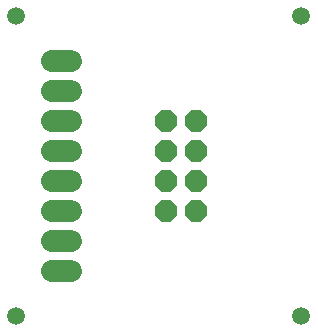
<source format=gbs>
G75*
%MOIN*%
%OFA0B0*%
%FSLAX25Y25*%
%IPPOS*%
%LPD*%
%AMOC8*
5,1,8,0,0,1.08239X$1,22.5*
%
%ADD10C,0.05918*%
%ADD11OC8,0.07200*%
%ADD12C,0.07200*%
D10*
X0011000Y0011000D03*
X0106000Y0011000D03*
X0106000Y0111000D03*
X0011000Y0111000D03*
D11*
X0061000Y0076000D03*
X0061000Y0066000D03*
X0061000Y0056000D03*
X0061000Y0046000D03*
X0071000Y0046000D03*
X0071000Y0056000D03*
X0071000Y0066000D03*
X0071000Y0076000D03*
D12*
X0029200Y0076000D02*
X0022800Y0076000D01*
X0022800Y0066000D02*
X0029200Y0066000D01*
X0029200Y0056000D02*
X0022800Y0056000D01*
X0022800Y0046000D02*
X0029200Y0046000D01*
X0029200Y0036000D02*
X0022800Y0036000D01*
X0022800Y0026000D02*
X0029200Y0026000D01*
X0029200Y0086000D02*
X0022800Y0086000D01*
X0022800Y0096000D02*
X0029200Y0096000D01*
M02*

</source>
